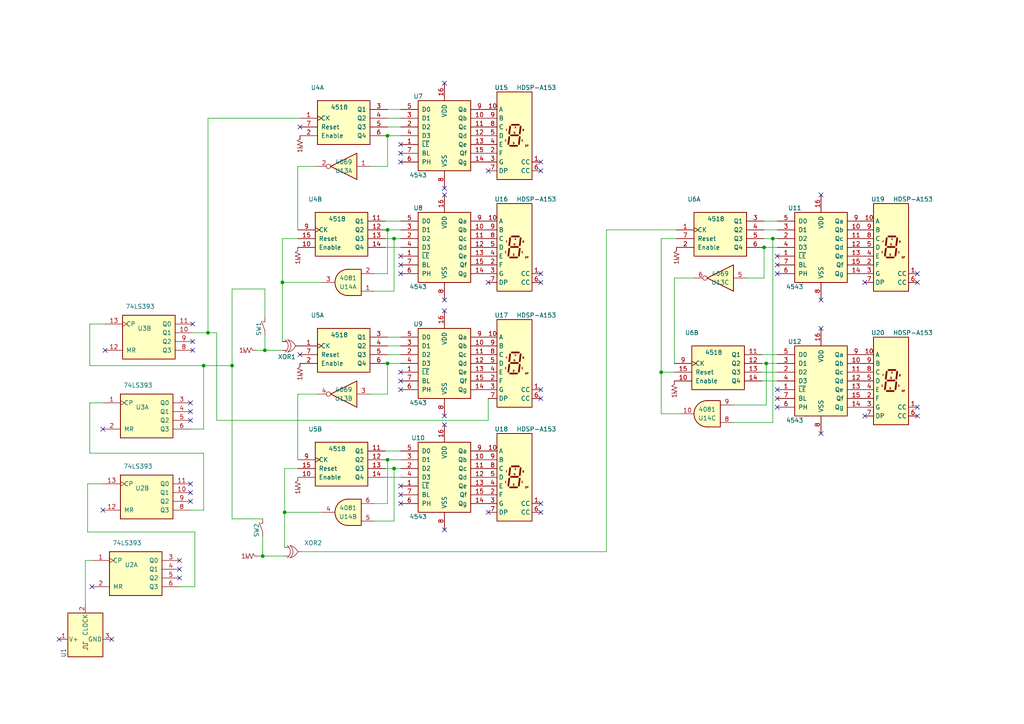
<source format=kicad_sch>
(kicad_sch (version 20230121) (generator eeschema)
  (paper "A4")
  (lib_symbols
    (symbol "4xxx:4069" (pin_names (offset 1.016))
      (property "Reference" "U" (at 0 1.27 0))
      (property "Value" "4069" (at 0 -1.27 0))
      (symbol "4069_1_0"
        (polyline (pts (xy -3.81 3.81) (xy -3.81 -3.81) (xy 3.81 0) (xy -3.81 3.81)) (stroke (width 0.254)) (fill (type background)))
        (pin input line (at -7.62 0 0) (length 3.81) (name "~") (number "1"))
        (pin output inverted (at 7.62 0 180) (length 3.81) (name "~") (number "2"))
      )
      (symbol "4069_2_0"
        (polyline (pts (xy -3.81 3.81) (xy -3.81 -3.81) (xy 3.81 0) (xy -3.81 3.81)) (stroke (width 0.254)) (fill (type background)))
        (pin input line (at -7.62 0 0) (length 3.81) (name "~") (number "3"))
        (pin output inverted (at 7.62 0 180) (length 3.81) (name "~") (number "4"))
      )
      (symbol "4069_3_0"
        (polyline (pts (xy -3.81 3.81) (xy -3.81 -3.81) (xy 3.81 0) (xy -3.81 3.81)) (stroke (width 0.254)) (fill (type background)))
        (pin input line (at -7.62 0 0) (length 3.81) (name "~") (number "5"))
        (pin output inverted (at 7.62 0 180) (length 3.81) (name "~") (number "6"))
      )
      (symbol "4069_4_0"
        (polyline (pts (xy -3.81 3.81) (xy -3.81 -3.81) (xy 3.81 0) (xy -3.81 3.81)) (stroke (width 0.254)) (fill (type background)))
        (pin output inverted (at 7.62 0 180) (length 3.81) (name "~") (number "8"))
        (pin input line (at -7.62 0 0) (length 3.81) (name "~") (number "9"))
      )
      (symbol "4069_5_0"
        (polyline (pts (xy -3.81 3.81) (xy -3.81 -3.81) (xy 3.81 0) (xy -3.81 3.81)) (stroke (width 0.254)) (fill (type background)))
        (pin output inverted (at 7.62 0 180) (length 3.81) (name "~") (number "10"))
        (pin input line (at -7.62 0 0) (length 3.81) (name "~") (number "11"))
      )
      (symbol "4069_6_0"
        (polyline (pts (xy -3.81 3.81) (xy -3.81 -3.81) (xy 3.81 0) (xy -3.81 3.81)) (stroke (width 0.254)) (fill (type background)))
        (pin output inverted (at 7.62 0 180) (length 3.81) (name "~") (number "12"))
        (pin input line (at -7.62 0 0) (length 3.81) (name "~") (number "13"))
      )
      (symbol "4069_7_0"
        (pin power_in line (at 0 12.7 270) (length 5.08) (name "VDD") (number "14"))
        (pin power_in line (at 0 -12.7 90) (length 5.08) (name "VSS") (number "7"))
      )
      (symbol "4069_7_1"
        (rectangle (start -5.08 7.62) (end 5.08 -7.62) (stroke (width 0.254)) (fill (type background)))
      )
    )
    (symbol "4xxx:4081" (pin_names (offset 1.016))
      (property "Reference" "U" (at 0 1.27 0))
      (property "Value" "4081" (at 0 -1.27 0))
      (symbol "4081_1_1"
        (arc (start 0 -3.81) (mid 3.7934 0) (end 0 3.81) (stroke (width 0.254)) (fill (type background)))
        (polyline (pts (xy 0 3.81) (xy -3.81 3.81) (xy -3.81 -3.81) (xy 0 -3.81)) (stroke (width 0.254)) (fill (type background)))
        (pin input line (at -7.62 2.54 0) (length 3.81) (name "~") (number "1"))
        (pin input line (at -7.62 -2.54 0) (length 3.81) (name "~") (number "2"))
        (pin output line (at 7.62 0 180) (length 3.81) (name "~") (number "3"))
      )
      (symbol "4081_1_2"
        (arc (start -3.81 -3.81) (mid -2.589 0) (end -3.81 3.81) (stroke (width 0.254)))
        (arc (start -0.6096 -3.81) (mid 2.1842 -2.5851) (end 3.81 0) (stroke (width 0.254)) (fill (type background)))
        (polyline (pts (xy -3.81 -3.81) (xy -0.635 -3.81)) (stroke (width 0.254)) (fill (type background)))
        (polyline (pts (xy -3.81 3.81) (xy -0.635 3.81)) (stroke (width 0.254)) (fill (type background)))
        (polyline (pts (xy -0.635 3.81) (xy -3.81 3.81) (xy -3.81 3.81) (xy -3.556 3.4036) (xy -3.0226 2.2606) (xy -2.6924 1.0414) (xy -2.6162 -0.254) (xy -2.7686 -1.4986) (xy -3.175 -2.7178) (xy -3.81 -3.81) (xy -3.81 -3.81) (xy -0.635 -3.81)) (stroke (width -25.4)) (fill (type background)))
        (arc (start 3.81 0) (mid 2.1915 2.5936) (end -0.6096 3.81) (stroke (width 0.254)) (fill (type background)))
        (pin input inverted (at -7.62 2.54 0) (length 4.318) (name "~") (number "1"))
        (pin input inverted (at -7.62 -2.54 0) (length 4.318) (name "~") (number "2"))
        (pin output inverted (at 7.62 0 180) (length 3.81) (name "~") (number "3"))
      )
      (symbol "4081_2_1"
        (arc (start 0 -3.81) (mid 3.7934 0) (end 0 3.81) (stroke (width 0.254)) (fill (type background)))
        (polyline (pts (xy 0 3.81) (xy -3.81 3.81) (xy -3.81 -3.81) (xy 0 -3.81)) (stroke (width 0.254)) (fill (type background)))
        (pin output line (at 7.62 0 180) (length 3.81) (name "~") (number "4"))
        (pin input line (at -7.62 2.54 0) (length 3.81) (name "~") (number "5"))
        (pin input line (at -7.62 -2.54 0) (length 3.81) (name "~") (number "6"))
      )
      (symbol "4081_2_2"
        (arc (start -3.81 -3.81) (mid -2.589 0) (end -3.81 3.81) (stroke (width 0.254)))
        (arc (start -0.6096 -3.81) (mid 2.1842 -2.5851) (end 3.81 0) (stroke (width 0.254)) (fill (type background)))
        (polyline (pts (xy -3.81 -3.81) (xy -0.635 -3.81)) (stroke (width 0.254)) (fill (type background)))
        (polyline (pts (xy -3.81 3.81) (xy -0.635 3.81)) (stroke (width 0.254)) (fill (type background)))
        (polyline (pts (xy -0.635 3.81) (xy -3.81 3.81) (xy -3.81 3.81) (xy -3.556 3.4036) (xy -3.0226 2.2606) (xy -2.6924 1.0414) (xy -2.6162 -0.254) (xy -2.7686 -1.4986) (xy -3.175 -2.7178) (xy -3.81 -3.81) (xy -3.81 -3.81) (xy -0.635 -3.81)) (stroke (width -25.4)) (fill (type background)))
        (arc (start 3.81 0) (mid 2.1915 2.5936) (end -0.6096 3.81) (stroke (width 0.254)) (fill (type background)))
        (pin output inverted (at 7.62 0 180) (length 3.81) (name "~") (number "4"))
        (pin input inverted (at -7.62 2.54 0) (length 4.318) (name "~") (number "5"))
        (pin input inverted (at -7.62 -2.54 0) (length 4.318) (name "~") (number "6"))
      )
      (symbol "4081_3_1"
        (arc (start 0 -3.81) (mid 3.7934 0) (end 0 3.81) (stroke (width 0.254)) (fill (type background)))
        (polyline (pts (xy 0 3.81) (xy -3.81 3.81) (xy -3.81 -3.81) (xy 0 -3.81)) (stroke (width 0.254)) (fill (type background)))
        (pin output line (at 7.62 0 180) (length 3.81) (name "~") (number "10"))
        (pin input line (at -7.62 2.54 0) (length 3.81) (name "~") (number "8"))
        (pin input line (at -7.62 -2.54 0) (length 3.81) (name "~") (number "9"))
      )
      (symbol "4081_3_2"
        (arc (start -3.81 -3.81) (mid -2.589 0) (end -3.81 3.81) (stroke (width 0.254)))
        (arc (start -0.6096 -3.81) (mid 2.1842 -2.5851) (end 3.81 0) (stroke (width 0.254)) (fill (type background)))
        (polyline (pts (xy -3.81 -3.81) (xy -0.635 -3.81)) (stroke (width 0.254)) (fill (type background)))
        (polyline (pts (xy -3.81 3.81) (xy -0.635 3.81)) (stroke (width 0.254)) (fill (type background)))
        (polyline (pts (xy -0.635 3.81) (xy -3.81 3.81) (xy -3.81 3.81) (xy -3.556 3.4036) (xy -3.0226 2.2606) (xy -2.6924 1.0414) (xy -2.6162 -0.254) (xy -2.7686 -1.4986) (xy -3.175 -2.7178) (xy -3.81 -3.81) (xy -3.81 -3.81) (xy -0.635 -3.81)) (stroke (width -25.4)) (fill (type background)))
        (arc (start 3.81 0) (mid 2.1915 2.5936) (end -0.6096 3.81) (stroke (width 0.254)) (fill (type background)))
        (pin output inverted (at 7.62 0 180) (length 3.81) (name "~") (number "10"))
        (pin input inverted (at -7.62 2.54 0) (length 4.318) (name "~") (number "8"))
        (pin input inverted (at -7.62 -2.54 0) (length 4.318) (name "~") (number "9"))
      )
      (symbol "4081_4_1"
        (arc (start 0 -3.81) (mid 3.7934 0) (end 0 3.81) (stroke (width 0.254)) (fill (type background)))
        (polyline (pts (xy 0 3.81) (xy -3.81 3.81) (xy -3.81 -3.81) (xy 0 -3.81)) (stroke (width 0.254)) (fill (type background)))
        (pin output line (at 7.62 0 180) (length 3.81) (name "~") (number "11"))
        (pin input line (at -7.62 2.54 0) (length 3.81) (name "~") (number "12"))
        (pin input line (at -7.62 -2.54 0) (length 3.81) (name "~") (number "13"))
      )
      (symbol "4081_4_2"
        (arc (start -3.81 -3.81) (mid -2.589 0) (end -3.81 3.81) (stroke (width 0.254)))
        (arc (start -0.6096 -3.81) (mid 2.1842 -2.5851) (end 3.81 0) (stroke (width 0.254)) (fill (type background)))
        (polyline (pts (xy -3.81 -3.81) (xy -0.635 -3.81)) (stroke (width 0.254)) (fill (type background)))
        (polyline (pts (xy -3.81 3.81) (xy -0.635 3.81)) (stroke (width 0.254)) (fill (type background)))
        (polyline (pts (xy -0.635 3.81) (xy -3.81 3.81) (xy -3.81 3.81) (xy -3.556 3.4036) (xy -3.0226 2.2606) (xy -2.6924 1.0414) (xy -2.6162 -0.254) (xy -2.7686 -1.4986) (xy -3.175 -2.7178) (xy -3.81 -3.81) (xy -3.81 -3.81) (xy -0.635 -3.81)) (stroke (width -25.4)) (fill (type background)))
        (arc (start 3.81 0) (mid 2.1915 2.5936) (end -0.6096 3.81) (stroke (width 0.254)) (fill (type background)))
        (pin output inverted (at 7.62 0 180) (length 3.81) (name "~") (number "11"))
        (pin input inverted (at -7.62 2.54 0) (length 4.318) (name "~") (number "12"))
        (pin input inverted (at -7.62 -2.54 0) (length 4.318) (name "~") (number "13"))
      )
      (symbol "4081_5_0"
        (pin power_in line (at 0 12.7 270) (length 5.08) (name "VDD") (number "14"))
        (pin power_in line (at 0 -12.7 90) (length 5.08) (name "VSS") (number "7"))
      )
      (symbol "4081_5_1"
        (rectangle (start -5.08 7.62) (end 5.08 -7.62) (stroke (width 0.254)) (fill (type background)))
      )
    )
    (symbol "4xxx:4518" (pin_names (offset 1.016))
      (property "Reference" "U" (at -7.62 8.89 0))
      (property "Value" "4518" (at -7.62 -8.89 0))
      (symbol "4518_1_0"
        (pin input clock (at -12.7 0 0) (length 5.08) (name "CK") (number "1"))
        (pin input line (at -12.7 -5.08 0) (length 5.08) (name "Enable") (number "2"))
        (pin output line (at 12.7 2.54 180) (length 5.08) (name "Q1") (number "3"))
        (pin output line (at 12.7 0 180) (length 5.08) (name "Q2") (number "4"))
        (pin output line (at 12.7 -2.54 180) (length 5.08) (name "Q3") (number "5"))
        (pin output line (at 12.7 -5.08 180) (length 5.08) (name "Q4") (number "6"))
        (pin input line (at -12.7 -2.54 0) (length 5.08) (name "Reset") (number "7"))
      )
      (symbol "4518_1_1"
        (rectangle (start -7.62 5.08) (end 7.62 -7.62) (stroke (width 0.254)) (fill (type background)))
      )
      (symbol "4518_2_0"
        (pin input line (at -12.7 -5.08 0) (length 5.08) (name "Enable") (number "10"))
        (pin output line (at 12.7 2.54 180) (length 5.08) (name "Q1") (number "11"))
        (pin output line (at 12.7 0 180) (length 5.08) (name "Q2") (number "12"))
        (pin output line (at 12.7 -2.54 180) (length 5.08) (name "Q3") (number "13"))
        (pin output line (at 12.7 -5.08 180) (length 5.08) (name "Q4") (number "14"))
        (pin input line (at -12.7 -2.54 0) (length 5.08) (name "Reset") (number "15"))
        (pin input clock (at -12.7 0 0) (length 5.08) (name "CK") (number "9"))
      )
      (symbol "4518_2_1"
        (rectangle (start -7.62 5.08) (end 7.62 -7.62) (stroke (width 0.254)) (fill (type background)))
      )
      (symbol "4518_3_0"
        (pin power_in line (at 0 12.7 270) (length 5.08) (name "VDD") (number "16"))
        (pin power_in line (at 0 -12.7 90) (length 5.08) (name "VSS") (number "8"))
      )
      (symbol "4518_3_1"
        (rectangle (start -5.08 7.62) (end 5.08 -7.62) (stroke (width 0.254)) (fill (type background)))
      )
    )
    (symbol "4xxx:4543" (pin_names (offset 1.016))
      (property "Reference" "U" (at -7.62 11.43 0))
      (property "Value" "4543" (at -7.62 -11.43 0))
      (symbol "4543_1_0"
        (pin input line (at -12.7 -2.54 0) (length 5.08) (name "~{LE}") (number "1"))
        (pin output line (at 12.7 5.08 180) (length 5.08) (name "Qb") (number "10"))
        (pin output line (at 12.7 2.54 180) (length 5.08) (name "Qc") (number "11"))
        (pin output line (at 12.7 0 180) (length 5.08) (name "Qd") (number "12"))
        (pin output line (at 12.7 -2.54 180) (length 5.08) (name "Qe") (number "13"))
        (pin output line (at 12.7 -7.62 180) (length 5.08) (name "Qg") (number "14"))
        (pin output line (at 12.7 -5.08 180) (length 5.08) (name "Qf") (number "15"))
        (pin power_in line (at 0 15.24 270) (length 5.08) (name "VDD") (number "16"))
        (pin input line (at -12.7 2.54 0) (length 5.08) (name "D2") (number "2"))
        (pin input line (at -12.7 5.08 0) (length 5.08) (name "D1") (number "3"))
        (pin input line (at -12.7 0 0) (length 5.08) (name "D3") (number "4"))
        (pin input line (at -12.7 7.62 0) (length 5.08) (name "D0") (number "5"))
        (pin input line (at -12.7 -7.62 0) (length 5.08) (name "PH") (number "6"))
        (pin input line (at -12.7 -5.08 0) (length 5.08) (name "BL") (number "7"))
        (pin power_in line (at 0 -15.24 90) (length 5.08) (name "VSS") (number "8"))
        (pin output line (at 12.7 7.62 180) (length 5.08) (name "Qa") (number "9"))
      )
      (symbol "4543_1_1"
        (rectangle (start -7.62 10.16) (end 7.62 -10.16) (stroke (width 0.254)) (fill (type background)))
      )
    )
    (symbol "74xx:74LS393" (pin_names (offset 1.016))
      (property "Reference" "U" (at -7.62 8.89 0))
      (property "Value" "74LS393" (at -7.62 -8.89 0))
      (symbol "74LS393_1_0"
        (pin input clock (at -12.7 2.54 0) (length 5.08) (name "CP") (number "1"))
        (pin input line (at -12.7 -5.08 0) (length 5.08) (name "MR") (number "2"))
        (pin output line (at 12.7 2.54 180) (length 5.08) (name "Q0") (number "3"))
        (pin output line (at 12.7 0 180) (length 5.08) (name "Q1") (number "4"))
        (pin output line (at 12.7 -2.54 180) (length 5.08) (name "Q2") (number "5"))
        (pin output line (at 12.7 -5.08 180) (length 5.08) (name "Q3") (number "6"))
      )
      (symbol "74LS393_1_1"
        (rectangle (start -7.62 5.08) (end 7.62 -7.62) (stroke (width 0.254)) (fill (type background)))
      )
      (symbol "74LS393_2_0"
        (pin output line (at 12.7 0 180) (length 5.08) (name "Q1") (number "10"))
        (pin output line (at 12.7 2.54 180) (length 5.08) (name "Q0") (number "11"))
        (pin input line (at -12.7 -5.08 0) (length 5.08) (name "MR") (number "12"))
        (pin input clock (at -12.7 2.54 0) (length 5.08) (name "CP") (number "13"))
        (pin output line (at 12.7 -5.08 180) (length 5.08) (name "Q3") (number "8"))
        (pin output line (at 12.7 -2.54 180) (length 5.08) (name "Q2") (number "9"))
      )
      (symbol "74LS393_2_1"
        (rectangle (start -7.62 5.08) (end 7.62 -7.62) (stroke (width 0.254)) (fill (type background)))
      )
      (symbol "74LS393_3_0"
        (pin power_in line (at 0 12.7 270) (length 5.08) (name "VCC") (number "14"))
        (pin power_in line (at 0 -12.7 90) (length 5.08) (name "GND") (number "7"))
      )
      (symbol "74LS393_3_1"
        (rectangle (start -5.08 7.62) (end 5.08 -7.62) (stroke (width 0.254)) (fill (type background)))
      )
    )
    (symbol "Display_Character:HDSP-A153"
      (property "Reference" "U" (at -3.81 13.97 0))
      (property "Value" "HDSP-A153" (at 6.35 13.97 0))
      (symbol "HDSP-A153_1_0"
        (text "A" (at 0.254 2.413 0) (effects (font (size 0.508 0.508))))
        (text "B" (at 2.54 1.651 0) (effects (font (size 0.508 0.508))))
        (text "C" (at 2.286 -1.397 0) (effects (font (size 0.508 0.508))))
        (text "D" (at -0.254 -2.159 0) (effects (font (size 0.508 0.508))))
        (text "DP" (at 3.556 -2.921 0) (effects (font (size 0.508 0.508))))
        (text "E" (at -2.54 -1.397 0) (effects (font (size 0.508 0.508))))
        (text "F" (at -2.286 1.651 0) (effects (font (size 0.508 0.508))))
        (text "G" (at 0 0.889 0) (effects (font (size 0.508 0.508))))
      )
      (symbol "HDSP-A153_1_1"
        (rectangle (start -5.08 12.7) (end 5.08 -12.7) (stroke (width 0.254)) (fill (type background)))
        (polyline (pts (xy -1.524 -0.381) (xy -1.778 -2.413)) (stroke (width 0.508)))
        (polyline (pts (xy -1.27 -2.921) (xy 0.762 -2.921)) (stroke (width 0.508)))
        (polyline (pts (xy -1.27 2.667) (xy -1.524 0.635)) (stroke (width 0.508)))
        (polyline (pts (xy -1.016 0.127) (xy 1.016 0.127)) (stroke (width 0.508)))
        (polyline (pts (xy -0.762 3.175) (xy 1.27 3.175)) (stroke (width 0.508)))
        (polyline (pts (xy 1.524 -0.381) (xy 1.27 -2.413)) (stroke (width 0.508)))
        (polyline (pts (xy 1.778 2.667) (xy 1.524 0.635)) (stroke (width 0.508)))
        (polyline (pts (xy 2.54 -2.921) (xy 2.54 -2.921)) (stroke (width 0.508)))
        (pin input line (at 7.62 -7.62 180) (length 2.54) (name "CC") (number "1"))
        (pin input line (at -7.62 7.62 0) (length 2.54) (name "A") (number "10"))
        (pin input line (at -7.62 -5.08 0) (length 2.54) (name "F") (number "2"))
        (pin input line (at -7.62 -7.62 0) (length 2.54) (name "G") (number "3"))
        (pin input line (at -7.62 -2.54 0) (length 2.54) (name "E") (number "4"))
        (pin input line (at -7.62 0 0) (length 2.54) (name "D") (number "5"))
        (pin input line (at 7.62 -10.16 180) (length 2.54) (name "CC") (number "6"))
        (pin input line (at -7.62 -10.16 0) (length 2.54) (name "DP") (number "7"))
        (pin input line (at -7.62 2.54 0) (length 2.54) (name "C") (number "8"))
        (pin input line (at -7.62 5.08 0) (length 2.54) (name "B") (number "9"))
      )
    )
    (symbol "Oscillator:MAX7375AXR805" (pin_names (offset 0.254))
      (property "Reference" "U" (at -2.54 6.35 0))
      (property "Value" "MAX7375AXR805" (at 1.27 -6.35 0))
      (symbol "MAX7375AXR805_0_1"
        (rectangle (start -5.08 5.08) (end 7.62 -5.08) (stroke (width 0.254)) (fill (type background)))
        (polyline (pts (xy -3.175 -0.635) (xy -2.54 -0.635) (xy -2.54 0.635) (xy -1.905 0.635) (xy -1.905 -0.635) (xy -1.27 -0.635) (xy -1.27 0.635) (xy -0.635 0.635)))
      )
      (symbol "MAX7375AXR805_1_1"
        (pin power_in line (at 0 7.62 270) (length 2.54) (name "V+") (number "1"))
        (pin output line (at 10.16 0 180) (length 2.54) (name "CLOCK") (number "2"))
        (pin power_in line (at 0 -7.62 90) (length 2.54) (name "GND") (number "3"))
      )
    )
    (symbol "chip:PULLUP" (pin_numbers hide) (pin_names (offset 0) hide)
      (symbol "PULLUP_0_1"
        (polyline (pts (xy -3.54 0) (xy -3.54 -0.762)))
        (polyline (pts (xy -1 0) (xy -1.508 0.762) (xy -2.016 -0.762) (xy -2.524 0.762) (xy -3.032 -0.762) (xy -3.286 0) (xy -3.54 0) (xy -3.54 0.762)))
      )
      (symbol "PULLUP_1_1"
        (text "1" (at -4.318 0 0) (effects (font (size 1.27 1.27))))
        (pin tri_state line (at 0 0 180) (length 1) (name "OUT") (number "1"))
      )
    )
    (symbol "chip:SWITCH" (pin_numbers hide) (pin_names (offset 0) hide)
      (property "Reference" "SW" (at 1.778 1.778 0))
      (symbol "SWITCH_0_1"
        (polyline (pts (xy 1.27 0) (xy 1.27 0)))
        (polyline (pts (xy 1.27 0) (xy 4.064 1.016)))
        (polyline (pts (xy 3.81 0.508) (xy 3.81 0)))
      )
      (symbol "SWITCH_1_1"
        (pin passive line (at 0 0 0) (length 1.27) (name "IN1") (number "1"))
        (pin passive line (at 5.08 0 180) (length 1.27) (name "IN2") (number "2"))
      )
    )
    (symbol "chip:XOR" (pin_numbers hide) (pin_names hide)
      (property "Reference" "XOR" (at -0.508 2.54 0))
      (symbol "XOR_0_1"
        (arc (start -1.778 -1.778) (mid -0.8697 0) (end -1.778 1.778))
        (arc (start -1.016 -1.778) (mid -0.1101 0) (end -1.016 1.778))
        (arc (start -1.016 -1.778) (mid 0.3483 -1.1735) (end 1.27 0))
        (arc (start 1.27 0) (mid 0.3476 1.1727) (end -1.016 1.778))
      )
      (symbol "XOR_1_1"
        (pin input line (at -2.54 1.27 0) (length 1.25) (name "IN0") (number "1"))
        (pin input line (at -2.54 -1.27 0) (length 1.25) (name "IN1") (number "2"))
        (pin output line (at 2.54 0 180) (length 1.25) (name "OUT") (number "3"))
      )
    )
  )
  (junction (at 76.835 101.6))
  (junction (at 112.395 105.41))
  (junction (at 224.155 69.215))
  (junction (at 81.915 81.915))
  (junction (at 191.77 107.95))
  (junction (at 60.325 96.52))
  (junction (at 114.3 135.89))
  (junction (at 221.615 71.755))
  (junction (at 112.395 133.35))
  (junction (at 82.55 148.59))
  (junction (at 67.31 106.045))
  (junction (at 112.395 66.675))
  (junction (at 222.25 105.41))
  (junction (at 112.395 39.37))
  (junction (at 114.3 69.215))
  (junction (at 59.055 106.045))
  (junction (at 76.2 161.29))
  (no_connect (at 55.245 140.335))
  (no_connect (at 55.245 145.415))
  (no_connect (at 238.125 86.995))
  (no_connect (at 116.205 143.51))
  (no_connect (at 26.67 170.18))
  (no_connect (at 86.995 102.87))
  (no_connect (at 266.065 81.915))
  (no_connect (at 225.425 79.375))
  (no_connect (at 116.205 76.835))
  (no_connect (at 156.845 146.05))
  (no_connect (at 266.065 120.65))
  (no_connect (at 156.845 79.375))
  (no_connect (at 116.205 74.295))
  (no_connect (at 17.145 185.42))
  (no_connect (at 116.205 110.49))
  (no_connect (at 128.905 56.515))
  (no_connect (at 141.605 148.59))
  (no_connect (at 156.845 81.915))
  (no_connect (at 225.425 118.11))
  (no_connect (at 141.605 49.53))
  (no_connect (at 52.07 165.1))
  (no_connect (at 52.07 167.64))
  (no_connect (at 55.245 119.38))
  (no_connect (at 29.845 147.955))
  (no_connect (at 128.905 90.17))
  (no_connect (at 116.205 79.375))
  (no_connect (at 156.845 148.59))
  (no_connect (at 238.125 125.73))
  (no_connect (at 116.205 113.03))
  (no_connect (at 128.905 120.65))
  (no_connect (at 250.825 81.915))
  (no_connect (at 52.07 162.56))
  (no_connect (at 128.905 86.995))
  (no_connect (at 116.205 46.99))
  (no_connect (at 128.905 54.61))
  (no_connect (at 128.905 153.67))
  (no_connect (at 238.125 95.25))
  (no_connect (at 156.845 113.03))
  (no_connect (at 116.205 146.05))
  (no_connect (at 238.125 56.515))
  (no_connect (at 55.245 121.92))
  (no_connect (at 225.425 74.295))
  (no_connect (at 266.065 79.375))
  (no_connect (at 225.425 113.03))
  (no_connect (at 128.905 24.13))
  (no_connect (at 86.995 36.83))
  (no_connect (at 225.425 76.835))
  (no_connect (at 141.605 81.915))
  (no_connect (at 156.845 115.57))
  (no_connect (at 55.88 93.98))
  (no_connect (at 225.425 115.57))
  (no_connect (at 55.88 99.06))
  (no_connect (at 55.245 116.84))
  (no_connect (at 55.88 101.6))
  (no_connect (at 116.205 107.95))
  (no_connect (at 32.385 185.42))
  (no_connect (at 156.845 49.53))
  (no_connect (at 250.825 120.65))
  (no_connect (at 55.245 142.875))
  (no_connect (at 156.845 46.99))
  (no_connect (at 266.065 118.11))
  (no_connect (at 29.845 124.46))
  (no_connect (at 128.905 123.19))
  (no_connect (at 30.48 101.6))
  (no_connect (at 116.205 140.97))
  (no_connect (at 116.205 44.45))
  (no_connect (at 116.205 41.91))
  (wire (pts (xy 141.605 115.57) (xy 141.605 121.92)))
  (wire (pts (xy 225.425 110.49) (xy 220.98 110.49)))
  (wire (pts (xy 116.205 39.37) (xy 112.395 39.37)))
  (wire (pts (xy 116.205 138.43) (xy 111.76 138.43)))
  (wire (pts (xy 62.865 96.52) (xy 60.325 96.52)))
  (wire (pts (xy 76.835 83.82) (xy 67.31 83.82)))
  (wire (pts (xy 116.205 100.33) (xy 112.395 100.33)))
  (wire (pts (xy 197.485 120.015) (xy 191.77 120.015)))
  (wire (pts (xy 141.605 121.92) (xy 62.865 121.92)))
  (wire (pts (xy 24.765 175.26) (xy 24.765 162.56)))
  (wire (pts (xy 55.88 96.52) (xy 60.325 96.52)))
  (wire (pts (xy 93.345 81.915) (xy 81.915 81.915)))
  (wire (pts (xy 225.425 69.215) (xy 224.155 69.215)))
  (wire (pts (xy 191.77 69.215) (xy 191.77 107.95)))
  (wire (pts (xy 93.345 148.59) (xy 82.55 148.59)))
  (wire (pts (xy 55.245 124.46) (xy 59.055 124.46)))
  (wire (pts (xy 76.835 101.6) (xy 81.915 101.6)))
  (wire (pts (xy 224.155 69.215) (xy 224.155 122.555)))
  (wire (pts (xy 175.895 66.675) (xy 175.895 160.02)))
  (wire (pts (xy 26.035 131.445) (xy 26.035 116.84)))
  (wire (pts (xy 221.615 64.135) (xy 225.425 64.135)))
  (wire (pts (xy 87.63 160.02) (xy 175.895 160.02)))
  (wire (pts (xy 108.585 151.13) (xy 114.3 151.13)))
  (wire (pts (xy 59.055 106.045) (xy 67.31 106.045)))
  (wire (pts (xy 212.725 117.475) (xy 222.25 117.475)))
  (wire (pts (xy 74.295 101.6) (xy 76.835 101.6)))
  (wire (pts (xy 76.835 92.075) (xy 76.835 83.82)))
  (wire (pts (xy 112.395 66.675) (xy 111.76 66.675)))
  (wire (pts (xy 86.36 133.35) (xy 86.36 114.3)))
  (wire (pts (xy 82.55 148.59) (xy 82.55 135.89)))
  (wire (pts (xy 116.205 97.79) (xy 112.395 97.79)))
  (wire (pts (xy 220.98 107.95) (xy 225.425 107.95)))
  (wire (pts (xy 220.98 105.41) (xy 222.25 105.41)))
  (wire (pts (xy 196.215 69.215) (xy 191.77 69.215)))
  (wire (pts (xy 56.515 154.305) (xy 25.4 154.305)))
  (wire (pts (xy 116.205 66.675) (xy 112.395 66.675)))
  (wire (pts (xy 81.915 69.215) (xy 81.915 81.915)))
  (wire (pts (xy 60.325 34.29) (xy 60.325 96.52)))
  (wire (pts (xy 74.93 161.29) (xy 76.2 161.29)))
  (wire (pts (xy 116.205 34.29) (xy 112.395 34.29)))
  (wire (pts (xy 108.585 84.455) (xy 114.3 84.455)))
  (wire (pts (xy 82.55 135.89) (xy 86.36 135.89)))
  (wire (pts (xy 114.3 151.13) (xy 114.3 135.89)))
  (wire (pts (xy 76.2 161.29) (xy 82.55 161.29)))
  (wire (pts (xy 221.615 71.755) (xy 221.615 80.645)))
  (wire (pts (xy 216.535 80.645) (xy 221.615 80.645)))
  (wire (pts (xy 114.3 84.455) (xy 114.3 69.215)))
  (wire (pts (xy 112.395 146.05) (xy 112.395 133.35)))
  (wire (pts (xy 76.835 97.155) (xy 76.835 101.6)))
  (wire (pts (xy 116.205 64.135) (xy 111.76 64.135)))
  (wire (pts (xy 76.2 155.575) (xy 76.2 161.29)))
  (wire (pts (xy 26.035 106.045) (xy 59.055 106.045)))
  (wire (pts (xy 114.3 135.89) (xy 111.76 135.89)))
  (wire (pts (xy 25.4 140.335) (xy 25.4 154.305)))
  (wire (pts (xy 116.205 71.755) (xy 111.76 71.755)))
  (wire (pts (xy 26.035 93.98) (xy 26.035 106.045)))
  (wire (pts (xy 222.25 117.475) (xy 222.25 105.41)))
  (wire (pts (xy 191.77 107.95) (xy 195.58 107.95)))
  (wire (pts (xy 116.205 31.75) (xy 112.395 31.75)))
  (wire (pts (xy 81.915 69.215) (xy 86.36 69.215)))
  (wire (pts (xy 116.205 135.89) (xy 114.3 135.89)))
  (wire (pts (xy 86.36 66.675) (xy 86.36 48.26)))
  (wire (pts (xy 108.585 146.05) (xy 112.395 146.05)))
  (wire (pts (xy 67.31 106.045) (xy 67.31 150.495)))
  (wire (pts (xy 112.395 133.35) (xy 111.76 133.35)))
  (wire (pts (xy 225.425 71.755) (xy 221.615 71.755)))
  (wire (pts (xy 24.765 162.56) (xy 26.67 162.56)))
  (wire (pts (xy 225.425 102.87) (xy 220.98 102.87)))
  (wire (pts (xy 191.77 120.015) (xy 191.77 107.95)))
  (wire (pts (xy 62.865 121.92) (xy 62.865 96.52)))
  (wire (pts (xy 116.205 36.83) (xy 112.395 36.83)))
  (wire (pts (xy 221.615 66.675) (xy 225.425 66.675)))
  (wire (pts (xy 81.915 99.06) (xy 81.915 81.915)))
  (wire (pts (xy 67.31 83.82) (xy 67.31 106.045)))
  (wire (pts (xy 25.4 140.335) (xy 29.845 140.335)))
  (wire (pts (xy 56.515 154.305) (xy 56.515 170.18)))
  (wire (pts (xy 107.315 48.26) (xy 112.395 48.26)))
  (wire (pts (xy 55.245 147.955) (xy 59.055 147.955)))
  (wire (pts (xy 86.36 48.26) (xy 92.075 48.26)))
  (wire (pts (xy 224.155 69.215) (xy 221.615 69.215)))
  (wire (pts (xy 56.515 170.18) (xy 52.07 170.18)))
  (wire (pts (xy 175.895 66.675) (xy 196.215 66.675)))
  (wire (pts (xy 60.325 34.29) (xy 86.995 34.29)))
  (wire (pts (xy 59.055 106.045) (xy 59.055 124.46)))
  (wire (pts (xy 116.205 133.35) (xy 112.395 133.35)))
  (wire (pts (xy 86.36 114.3) (xy 92.075 114.3)))
  (wire (pts (xy 112.395 39.37) (xy 112.395 48.26)))
  (wire (pts (xy 26.035 93.98) (xy 30.48 93.98)))
  (wire (pts (xy 59.055 131.445) (xy 26.035 131.445)))
  (wire (pts (xy 107.315 114.3) (xy 112.395 114.3)))
  (wire (pts (xy 112.395 79.375) (xy 112.395 66.675)))
  (wire (pts (xy 108.585 79.375) (xy 112.395 79.375)))
  (wire (pts (xy 114.3 69.215) (xy 111.76 69.215)))
  (wire (pts (xy 82.55 148.59) (xy 82.55 158.75)))
  (wire (pts (xy 224.155 122.555) (xy 212.725 122.555)))
  (wire (pts (xy 116.205 105.41) (xy 112.395 105.41)))
  (wire (pts (xy 222.25 105.41) (xy 225.425 105.41)))
  (wire (pts (xy 195.58 105.41) (xy 195.58 80.645)))
  (wire (pts (xy 26.035 116.84) (xy 29.845 116.84)))
  (wire (pts (xy 112.395 105.41) (xy 112.395 114.3)))
  (wire (pts (xy 116.205 102.87) (xy 112.395 102.87)))
  (wire (pts (xy 76.2 150.495) (xy 67.31 150.495)))
  (wire (pts (xy 195.58 80.645) (xy 201.295 80.645)))
  (wire (pts (xy 116.205 69.215) (xy 114.3 69.215)))
  (wire (pts (xy 59.055 147.955) (xy 59.055 131.445)))
  (wire (pts (xy 116.205 130.81) (xy 111.76 130.81)))
  (symbol (lib_id "4xxx:4543") (at 128.905 105.41 0) (unit 1)
    (property "Reference" "U9" (at 121.285 93.98 0))
    (property "Value" "4543" (at 121.285 116.84 0))
    (property "Datasheet" "http://www.ti.com/lit/ds/symlink/cd4543b.pdf" (effects hide))
  )
  (symbol (lib_id "74xx:74LS393") (at 42.545 142.875 0) (unit 2)
    (property "Reference" "U2" (at 41.275 141.605 0))
    (property "Value" "74LS393" (at 40.005 135.255 0))
    (property "Footprint" "Package_DIP:DIP-14_W7.62mm" (effects hide))
    (property "Datasheet" "74xx\\74LS393.pdf" (effects hide))
  )
  (symbol (lib_id "chip:PULLUP") (at 86.36 71.755 90) (unit 1)
    (property "Reference" "pullup3" (effects hide))
    (property "Value" "pull_up" (effects hide))
  )
  (symbol (lib_id "chip:XOR") (at 84.455 100.33 0) (unit 1)
    (property "Reference" "XOR1" (at 83.185 103.505 0))
    (property "Value" "XOR" (effects hide))
  )
  (symbol (lib_id "Display_Character:HDSP-A153") (at 149.225 39.37 0) (unit 1)
    (property "Reference" "U15" (at 145.415 25.4 0))
    (property "Value" "HDSP-A153" (at 155.575 25.4 0))
    (property "Footprint" "Display_7Segment:HDSP-A151" (effects hide))
    (property "Datasheet" "https://docs.broadcom.com/docs/AV02-2553EN" (effects hide))
  )
  (symbol (lib_id "4xxx:4543") (at 128.905 71.755 0) (unit 1)
    (property "Reference" "U8" (at 121.285 60.325 0))
    (property "Value" "4543" (at 121.285 83.185 0))
    (property "Datasheet" "http://www.ti.com/lit/ds/symlink/cd4543b.pdf" (effects hide))
  )
  (symbol (lib_id "74xx:74LS393") (at 42.545 119.38 0) (unit 1)
    (property "Reference" "U3" (at 41.275 118.11 0))
    (property "Value" "74LS393" (at 40.005 111.76 0))
    (property "Footprint" "Package_DIP:DIP-14_W7.62mm" (effects hide))
    (property "Datasheet" "74xx\\74LS393.pdf" (effects hide))
  )
  (symbol (lib_id "chip:PULLUP") (at 195.58 110.49 90) (unit 1)
    (property "Reference" "pullup7" (effects hide))
    (property "Value" "pull_up" (effects hide))
  )
  (symbol (lib_id "74xx:74LS393") (at 39.37 165.1 0) (unit 1)
    (property "Reference" "U2" (at 38.1 163.83 0))
    (property "Value" "74LS393" (at 36.83 157.48 0))
    (property "Footprint" "Package_DIP:DIP-14_W7.62mm" (effects hide))
    (property "Datasheet" "74xx\\74LS393.pdf" (effects hide))
  )
  (symbol (lib_id "4xxx:4518") (at 208.28 105.41 0) (unit 2)
    (property "Reference" "U6" (at 200.66 96.52 0))
    (property "Value" "4518" (at 207.01 102.235 0))
    (property "Datasheet" "http://www.intersil.com/content/dam/Intersil/documents/cd45/cd4518bms-20bms.pdf" (effects hide))
  )
  (symbol (lib_id "4xxx:4543") (at 238.125 110.49 0) (unit 1)
    (property "Reference" "U12" (at 230.505 99.06 0))
    (property "Value" "4543" (at 230.505 121.92 0))
    (property "Datasheet" "http://www.ti.com/lit/ds/symlink/cd4543b.pdf" (effects hide))
  )
  (symbol (lib_id "4xxx:4518") (at 99.06 133.35 0) (unit 2)
    (property "Reference" "U5" (at 91.44 124.46 0))
    (property "Value" "4518" (at 97.79 130.175 0))
    (property "Datasheet" "http://www.intersil.com/content/dam/Intersil/documents/cd45/cd4518bms-20bms.pdf" (effects hide))
  )
  (symbol (lib_id "4xxx:4518") (at 99.695 100.33 0) (unit 1)
    (property "Reference" "U5" (at 92.075 91.44 0))
    (property "Value" "4518" (at 98.425 97.155 0))
    (property "Datasheet" "http://www.intersil.com/content/dam/Intersil/documents/cd45/cd4518bms-20bms.pdf" (effects hide))
  )
  (symbol (lib_id "chip:PULLUP") (at 74.93 161.29 0) (unit 1)
    (property "Reference" "pullup2" (effects hide))
    (property "Value" "pull_up" (effects hide))
  )
  (symbol (lib_id "4xxx:4069") (at 99.695 48.26 180) (unit 1)
    (property "Reference" "U13" (at 99.695 49.53 0))
    (property "Value" "4069" (at 99.695 46.99 0))
    (property "Datasheet" "http://www.intersil.com/content/dam/Intersil/documents/cd40/cd4069ubms.pdf" (effects hide))
  )
  (symbol (lib_id "4xxx:4081") (at 205.105 120.015 180) (unit 3)
    (property "Reference" "U14" (at 205.105 121.285 0))
    (property "Value" "4081" (at 205.105 118.745 0))
    (property "Datasheet" "http://www.intersil.com/content/dam/Intersil/documents/cd40/cd4073bms-81bms-82bms.pdf" (effects hide))
  )
  (symbol (lib_id "4xxx:4543") (at 128.905 39.37 0) (unit 1)
    (property "Reference" "U7" (at 121.285 27.94 0))
    (property "Value" "4543" (at 121.285 50.8 0))
    (property "Datasheet" "http://www.ti.com/lit/ds/symlink/cd4543b.pdf" (effects hide))
  )
  (symbol (lib_id "4xxx:4069") (at 99.695 114.3 180) (unit 2)
    (property "Reference" "U13" (at 99.695 115.57 0))
    (property "Value" "4069" (at 99.695 113.03 0))
    (property "Datasheet" "http://www.intersil.com/content/dam/Intersil/documents/cd40/cd4069ubms.pdf" (effects hide))
  )
  (symbol (lib_id "4xxx:4543") (at 238.125 71.755 0) (unit 1)
    (property "Reference" "U11" (at 230.505 60.325 0))
    (property "Value" "4543" (at 230.505 83.185 0))
    (property "Datasheet" "http://www.ti.com/lit/ds/symlink/cd4543b.pdf" (effects hide))
  )
  (symbol (lib_id "Display_Character:HDSP-A153") (at 258.445 110.49 0) (unit 1)
    (property "Reference" "U20" (at 254.635 96.52 0))
    (property "Value" "HDSP-A153" (at 264.795 96.52 0))
    (property "Footprint" "Display_7Segment:HDSP-A151" (effects hide))
    (property "Datasheet" "https://docs.broadcom.com/docs/AV02-2553EN" (effects hide))
  )
  (symbol (lib_id "4xxx:4518") (at 99.695 34.29 0) (unit 1)
    (property "Reference" "U4" (at 92.075 25.4 0))
    (property "Value" "4518" (at 98.425 31.115 0))
    (property "Datasheet" "http://www.intersil.com/content/dam/Intersil/documents/cd45/cd4518bms-20bms.pdf" (effects hide))
  )
  (symbol (lib_id "Display_Character:HDSP-A153") (at 149.225 71.755 0) (unit 1)
    (property "Reference" "U16" (at 145.415 57.785 0))
    (property "Value" "HDSP-A153" (at 155.575 57.785 0))
    (property "Footprint" "Display_7Segment:HDSP-A151" (effects hide))
    (property "Datasheet" "https://docs.broadcom.com/docs/AV02-2553EN" (effects hide))
  )
  (symbol (lib_id "chip:PULLUP") (at 196.215 71.755 90) (unit 1)
    (property "Reference" "pullup8" (effects hide))
    (property "Value" "pull_up" (effects hide))
  )
  (symbol (lib_id "chip:PULLUP") (at 86.995 105.41 90) (unit 1)
    (property "Reference" "pullup6" (effects hide))
    (property "Value" "pull_up" (effects hide))
  )
  (symbol (lib_id "74xx:74LS393") (at 43.18 96.52 0) (unit 2)
    (property "Reference" "U3" (at 41.91 95.25 0))
    (property "Value" "74LS393" (at 40.64 88.9 0))
    (property "Footprint" "Package_DIP:DIP-14_W7.62mm" (effects hide))
    (property "Datasheet" "74xx\\74LS393.pdf" (effects hide))
  )
  (symbol (lib_id "Display_Character:HDSP-A153") (at 258.445 71.755 0) (unit 1)
    (property "Reference" "U19" (at 254.635 57.785 0))
    (property "Value" "HDSP-A153" (at 264.795 57.785 0))
    (property "Footprint" "Display_7Segment:HDSP-A151" (effects hide))
    (property "Datasheet" "https://docs.broadcom.com/docs/AV02-2553EN" (effects hide))
  )
  (symbol (lib_id "chip:SWITCH") (at 76.2 155.575 90) (unit 1)
    (property "Reference" "SW2" (at 74.422 153.797 0))
    (property "Value" "SWITCH" (effects hide))
    (property "Footprint" "Button_Switch_THT:SW_CW_GPTS203211B" (effects hide))
  )
  (symbol (lib_id "Display_Character:HDSP-A153") (at 149.225 138.43 0) (unit 1)
    (property "Reference" "U18" (at 145.415 124.46 0))
    (property "Value" "HDSP-A153" (at 155.575 124.46 0))
    (property "Footprint" "Display_7Segment:HDSP-A151" (effects hide))
    (property "Datasheet" "https://docs.broadcom.com/docs/AV02-2553EN" (effects hide))
  )
  (symbol (lib_id "chip:PULLUP") (at 74.295 101.6 0) (unit 1)
    (property "Reference" "pullup1" (effects hide))
    (property "Value" "pull_up" (effects hide))
  )
  (symbol (lib_id "Oscillator:MAX7375AXR805") (at 24.765 185.42 90) (unit 1)
    (property "Reference" "U1" (at 18.415 187.96 0) (effects (justify right)))
    (property "Value" "MAX7375AXR805" (effects hide))
    (property "Footprint" "Package_TO_SOT_SMD:SOT-323_SC-70" (effects hide))
    (property "Datasheet" "https://datasheets.maximintegrated.com/en/ds/MAX7375.pdf" (effects hide))
    (property "SymPartParam" "freq=16.384;start" (effects hide))
  )
  (symbol (lib_id "Display_Character:HDSP-A153") (at 149.225 105.41 0) (unit 1)
    (property "Reference" "U17" (at 145.415 91.44 0))
    (property "Value" "HDSP-A153" (at 155.575 91.44 0))
    (property "Footprint" "Display_7Segment:HDSP-A151" (effects hide))
    (property "Datasheet" "https://docs.broadcom.com/docs/AV02-2553EN" (effects hide))
  )
  (symbol (lib_id "4xxx:4543") (at 128.905 138.43 0) (unit 1)
    (property "Reference" "U10" (at 121.285 127 0))
    (property "Value" "4543" (at 121.285 149.86 0))
    (property "Datasheet" "http://www.ti.com/lit/ds/symlink/cd4543b.pdf" (effects hide))
  )
  (symbol (lib_id "chip:SWITCH") (at 76.835 97.155 90) (unit 1)
    (property "Reference" "SW1" (at 75.057 95.377 0))
    (property "Value" "SWITCH" (effects hide))
    (property "Footprint" "Button_Switch_THT:SW_CW_GPTS203211B" (effects hide))
  )
  (symbol (lib_id "chip:PULLUP") (at 86.995 39.37 90) (unit 1)
    (property "Reference" "pullup5" (effects hide))
    (property "Value" "pull_up" (effects hide))
  )
  (symbol (lib_id "4xxx:4518") (at 208.915 66.675 0) (unit 1)
    (property "Reference" "U6" (at 201.295 57.785 0))
    (property "Value" "4518" (at 207.645 63.5 0))
    (property "Datasheet" "http://www.intersil.com/content/dam/Intersil/documents/cd45/cd4518bms-20bms.pdf" (effects hide))
  )
  (symbol (lib_id "chip:PULLUP") (at 86.36 138.43 90) (unit 1)
    (property "Reference" "pullup4" (effects hide))
    (property "Value" "pull_up" (effects hide))
  )
  (symbol (lib_id "4xxx:4081") (at 100.965 148.59 180) (unit 2)
    (property "Reference" "U14" (at 100.965 149.86 0))
    (property "Value" "4081" (at 100.965 147.32 0))
    (property "Datasheet" "http://www.intersil.com/content/dam/Intersil/documents/cd40/cd4073bms-81bms-82bms.pdf" (effects hide))
  )
  (symbol (lib_id "4xxx:4069") (at 208.915 80.645 180) (unit 3)
    (property "Reference" "U13" (at 208.915 81.915 0))
    (property "Value" "4069" (at 208.915 79.375 0))
    (property "Datasheet" "http://www.intersil.com/content/dam/Intersil/documents/cd40/cd4069ubms.pdf" (effects hide))
  )
  (symbol (lib_id "4xxx:4081") (at 100.965 81.915 180) (unit 1)
    (property "Reference" "U14" (at 100.965 83.185 0))
    (property "Value" "4081" (at 100.965 80.645 0))
    (property "Datasheet" "http://www.intersil.com/content/dam/Intersil/documents/cd40/cd4073bms-81bms-82bms.pdf" (effects hide))
  )
  (symbol (lib_id "4xxx:4518") (at 99.06 66.675 0) (unit 2)
    (property "Reference" "U4" (at 91.44 57.785 0))
    (property "Value" "4518" (at 97.79 63.5 0))
    (property "Datasheet" "http://www.intersil.com/content/dam/Intersil/documents/cd45/cd4518bms-20bms.pdf" (effects hide))
  )
  (symbol (lib_id "chip:XOR") (at 85.09 160.02 0) (unit 1)
    (property "Reference" "XOR2" (at 90.805 157.48 0))
    (property "Value" "XOR" (effects hide))
  )
)
</source>
